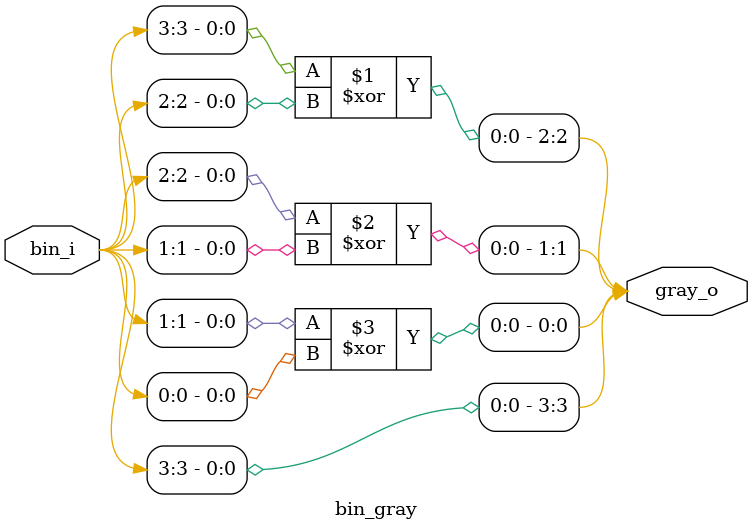
<source format=sv>
module bin_gray #(
  parameter VEC_W = 4
)(
  input     wire[VEC_W-1:0] bin_i,
  output    wire[VEC_W-1:0] gray_o

);


assign gray_o[3] = bin_i[3];
assign  gray_o[2] =bin_i[3]^ bin_i[2];
assign  gray_o[1] = bin_i[2]^bin_i[1];
assign  gray_o[0] =bin_i[1]^ bin_i[0];



endmodule
</source>
